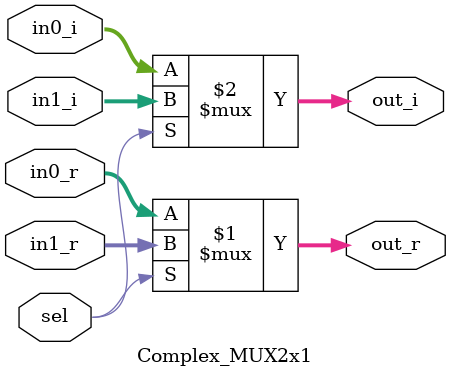
<source format=v>
module Complex_MUX2x1 #(
    parameter DATA_WIDTH = 16
) (
    input       wire                          sel,
    input       wire      [DATA_WIDTH-1:0]    in0_r, in0_i,
    input       wire      [DATA_WIDTH-1:0]    in1_r, in1_i,
    output      wire      [DATA_WIDTH-1:0]    out_r, out_i
);

assign out_r = sel?in1_r:in0_r;
assign out_i = sel?in1_i:in0_i;
    
endmodule
</source>
